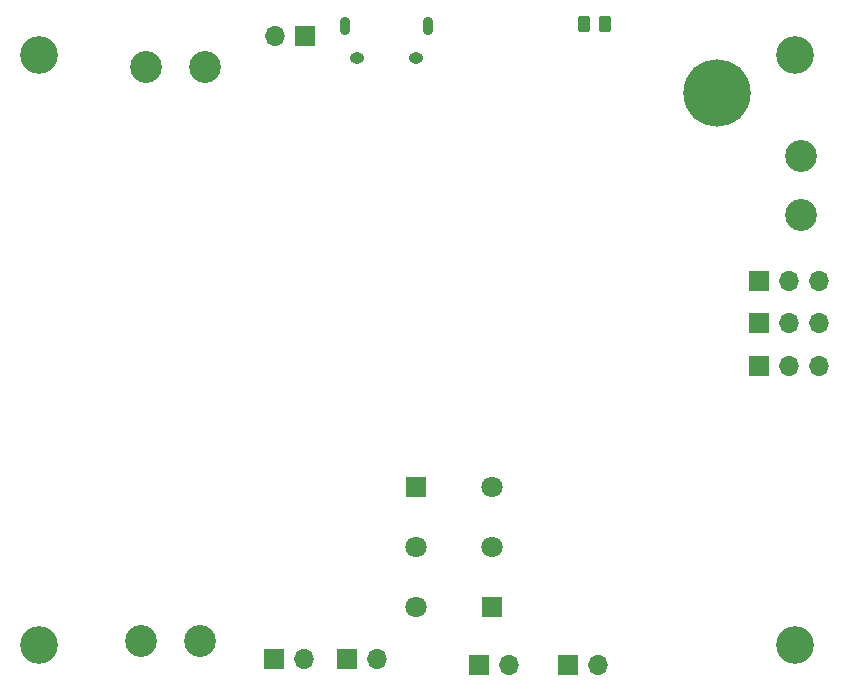
<source format=gbr>
%TF.GenerationSoftware,KiCad,Pcbnew,7.0.10-7.0.10~ubuntu22.04.1*%
%TF.CreationDate,2024-11-26T00:39:38-05:00*%
%TF.ProjectId,Chimera,4368696d-6572-4612-9e6b-696361645f70,rev?*%
%TF.SameCoordinates,Original*%
%TF.FileFunction,Soldermask,Bot*%
%TF.FilePolarity,Negative*%
%FSLAX46Y46*%
G04 Gerber Fmt 4.6, Leading zero omitted, Abs format (unit mm)*
G04 Created by KiCad (PCBNEW 7.0.10-7.0.10~ubuntu22.04.1) date 2024-11-26 00:39:38*
%MOMM*%
%LPD*%
G01*
G04 APERTURE LIST*
G04 Aperture macros list*
%AMRoundRect*
0 Rectangle with rounded corners*
0 $1 Rounding radius*
0 $2 $3 $4 $5 $6 $7 $8 $9 X,Y pos of 4 corners*
0 Add a 4 corners polygon primitive as box body*
4,1,4,$2,$3,$4,$5,$6,$7,$8,$9,$2,$3,0*
0 Add four circle primitives for the rounded corners*
1,1,$1+$1,$2,$3*
1,1,$1+$1,$4,$5*
1,1,$1+$1,$6,$7*
1,1,$1+$1,$8,$9*
0 Add four rect primitives between the rounded corners*
20,1,$1+$1,$2,$3,$4,$5,0*
20,1,$1+$1,$4,$5,$6,$7,0*
20,1,$1+$1,$6,$7,$8,$9,0*
20,1,$1+$1,$8,$9,$2,$3,0*%
G04 Aperture macros list end*
%ADD10R,1.700000X1.700000*%
%ADD11O,1.700000X1.700000*%
%ADD12O,0.890000X1.550000*%
%ADD13O,1.250000X0.950000*%
%ADD14C,2.700000*%
%ADD15C,3.200000*%
%ADD16C,1.800000*%
%ADD17R,1.800000X1.800000*%
%ADD18C,5.700000*%
%ADD19RoundRect,0.250000X0.262500X0.450000X-0.262500X0.450000X-0.262500X-0.450000X0.262500X-0.450000X0*%
G04 APERTURE END LIST*
D10*
%TO.C,J2*%
X136720000Y-88295000D03*
D11*
X139260000Y-88295000D03*
X141800000Y-88295000D03*
%TD*%
D12*
%TO.C,J9*%
X108640000Y-63120000D03*
D13*
X107640000Y-65820000D03*
X102640000Y-65820000D03*
D12*
X101640000Y-63120000D03*
%TD*%
D10*
%TO.C,T4*%
X120550000Y-117250000D03*
D11*
X123090000Y-117250000D03*
%TD*%
D14*
%TO.C,Motor1*%
X89385000Y-115170000D03*
X84385000Y-115170000D03*
%TD*%
D10*
%TO.C,J8*%
X98290000Y-63925000D03*
D11*
X95750000Y-63925000D03*
%TD*%
D15*
%TO.C,H6*%
X75750000Y-65525000D03*
%TD*%
D10*
%TO.C,T1*%
X95660000Y-116730000D03*
D11*
X98200000Y-116730000D03*
%TD*%
D16*
%TO.C,3.3V*%
X107675000Y-112280000D03*
X107675000Y-107200000D03*
D17*
X107675000Y-102120000D03*
%TD*%
D15*
%TO.C,H4*%
X139750000Y-65525000D03*
%TD*%
D10*
%TO.C,J1*%
X136730000Y-91895000D03*
D11*
X139270000Y-91895000D03*
X141810000Y-91895000D03*
%TD*%
D18*
%TO.C,Switch*%
X133125000Y-68775000D03*
%TD*%
D15*
%TO.C,H3*%
X75750000Y-115525000D03*
%TD*%
%TO.C,H2*%
X139750000Y-115525000D03*
%TD*%
D10*
%TO.C,T3*%
X113025000Y-117200000D03*
D11*
X115565000Y-117200000D03*
%TD*%
D10*
%TO.C,T2*%
X101805000Y-116720000D03*
D11*
X104345000Y-116720000D03*
%TD*%
D10*
%TO.C,J3*%
X136735000Y-84695000D03*
D11*
X139275000Y-84695000D03*
X141815000Y-84695000D03*
%TD*%
D14*
%TO.C,Motor2*%
X89810000Y-66570000D03*
X84810000Y-66570000D03*
%TD*%
D17*
%TO.C,7V*%
X114075000Y-112260000D03*
D16*
X114075000Y-107180000D03*
X114075000Y-102100000D03*
%TD*%
D14*
%TO.C,Battery*%
X140275000Y-74075000D03*
X140275000Y-79075000D03*
%TD*%
D19*
%TO.C,R3*%
X123700000Y-62950000D03*
X121875000Y-62950000D03*
%TD*%
M02*

</source>
